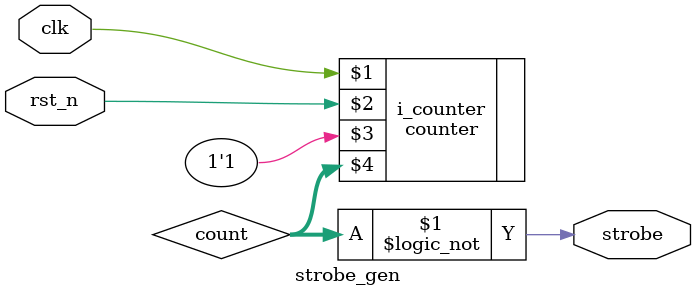
<source format=v>
`include "config.vh"

module strobe_gen
# (
    parameter w = 24
)
(
    input  clk,
    input  rst_n,
    output strobe
);

    wire [w - 1:0] count; 

    counter # (w) i_counter (clk, rst_n, 1'b1, count);
    assign strobe = (count == { w { 1'b0 } } );

endmodule

</source>
